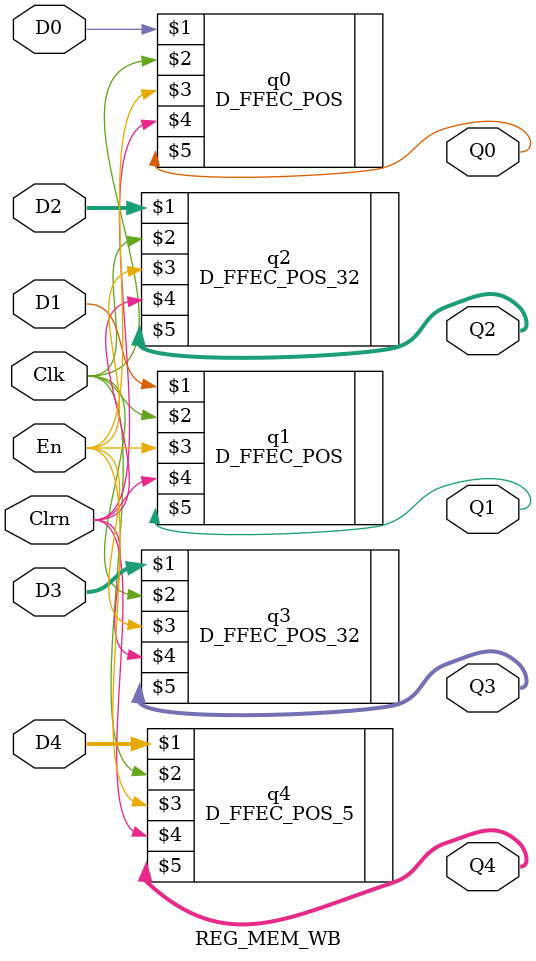
<source format=v>
`timescale 1ns / 1ps

module REG_MEM_WB(D0, D1, D2, D3, D4, En, Clk, Clrn, Q0, Q1, Q2, Q3, Q4);

input   [31:0]  D2, D3;
input   [4:0]   D4;
input           D0, D1, En, Clk, Clrn;
output          Q0, Q1;
output  [31:0]  Q2, Q3;
output  [4:0]   Q4;

D_FFEC_POS      q0(D0, Clk, En, Clrn, Q0);
D_FFEC_POS      q1(D1, Clk, En, Clrn, Q1);
D_FFEC_POS_32   q2(D2, Clk, En, Clrn, Q2);
D_FFEC_POS_32   q3(D3, Clk, En, Clrn, Q3);
D_FFEC_POS_5    q4(D4, Clk, En, Clrn, Q4);

endmodule

</source>
